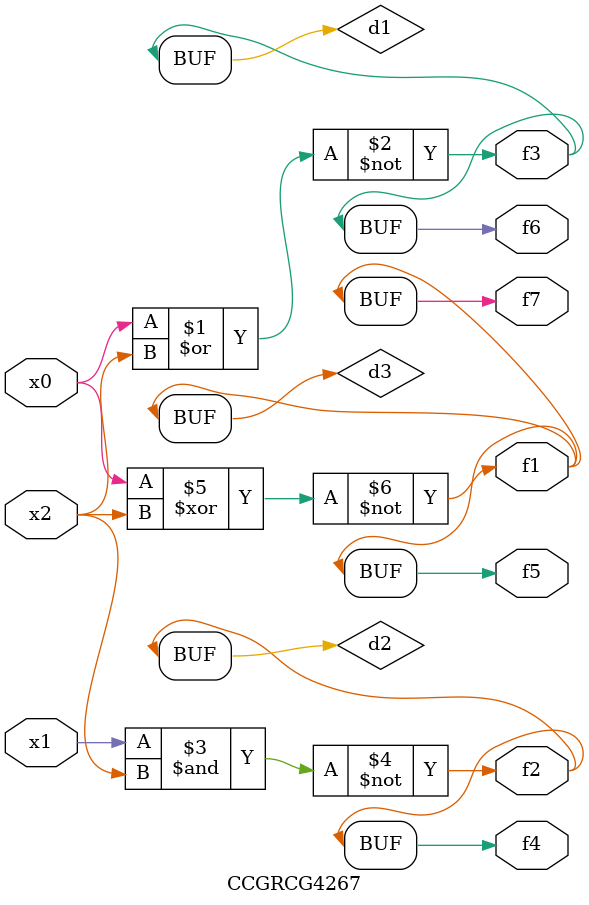
<source format=v>
module CCGRCG4267(
	input x0, x1, x2,
	output f1, f2, f3, f4, f5, f6, f7
);

	wire d1, d2, d3;

	nor (d1, x0, x2);
	nand (d2, x1, x2);
	xnor (d3, x0, x2);
	assign f1 = d3;
	assign f2 = d2;
	assign f3 = d1;
	assign f4 = d2;
	assign f5 = d3;
	assign f6 = d1;
	assign f7 = d3;
endmodule

</source>
